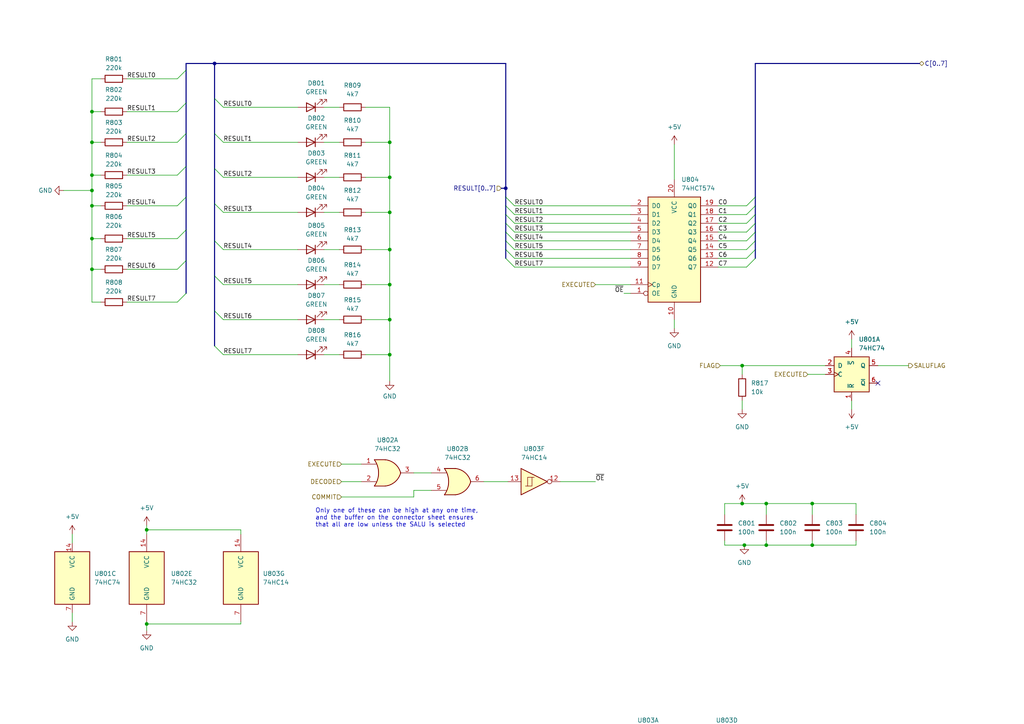
<source format=kicad_sch>
(kicad_sch (version 20211123) (generator eeschema)
  (paper "A4")
  (lib_symbols
    (symbol "74xx:74HC14" (pin_names (offset 1.016))
      (property "Reference" "U" (at 0 1.27 0))
      (property "Value" "74HC14" (at 0 -1.27 0))
      (symbol "74HC14_1_0"
        (polyline (pts (xy -3.81 3.81) (xy -3.81 -3.81) (xy 3.81 0) (xy -3.81 3.81)) (stroke (width 0.254)) (fill (type background)))
        (pin input line (at -7.62 0 0) (length 3.81) (name "~") (number "1"))
        (pin output inverted (at 7.62 0 180) (length 3.81) (name "~") (number "2"))
      )
      (symbol "74HC14_1_1"
        (polyline (pts (xy -1.905 -1.27) (xy -1.905 1.27) (xy -0.635 1.27)))
        (polyline (pts (xy -2.54 -1.27) (xy -0.635 -1.27) (xy -0.635 1.27) (xy 0 1.27)))
      )
      (symbol "74HC14_2_0"
        (polyline (pts (xy -3.81 3.81) (xy -3.81 -3.81) (xy 3.81 0) (xy -3.81 3.81)) (stroke (width 0.254)) (fill (type background)))
        (pin input line (at -7.62 0 0) (length 3.81) (name "~") (number "3"))
        (pin output inverted (at 7.62 0 180) (length 3.81) (name "~") (number "4"))
      )
      (symbol "74HC14_2_1"
        (polyline (pts (xy -1.905 -1.27) (xy -1.905 1.27) (xy -0.635 1.27)))
        (polyline (pts (xy -2.54 -1.27) (xy -0.635 -1.27) (xy -0.635 1.27) (xy 0 1.27)))
      )
      (symbol "74HC14_3_0"
        (polyline (pts (xy -3.81 3.81) (xy -3.81 -3.81) (xy 3.81 0) (xy -3.81 3.81)) (stroke (width 0.254)) (fill (type background)))
        (pin input line (at -7.62 0 0) (length 3.81) (name "~") (number "5"))
        (pin output inverted (at 7.62 0 180) (length 3.81) (name "~") (number "6"))
      )
      (symbol "74HC14_3_1"
        (polyline (pts (xy -1.905 -1.27) (xy -1.905 1.27) (xy -0.635 1.27)))
        (polyline (pts (xy -2.54 -1.27) (xy -0.635 -1.27) (xy -0.635 1.27) (xy 0 1.27)))
      )
      (symbol "74HC14_4_0"
        (polyline (pts (xy -3.81 3.81) (xy -3.81 -3.81) (xy 3.81 0) (xy -3.81 3.81)) (stroke (width 0.254)) (fill (type background)))
        (pin output inverted (at 7.62 0 180) (length 3.81) (name "~") (number "8"))
        (pin input line (at -7.62 0 0) (length 3.81) (name "~") (number "9"))
      )
      (symbol "74HC14_4_1"
        (polyline (pts (xy -1.905 -1.27) (xy -1.905 1.27) (xy -0.635 1.27)))
        (polyline (pts (xy -2.54 -1.27) (xy -0.635 -1.27) (xy -0.635 1.27) (xy 0 1.27)))
      )
      (symbol "74HC14_5_0"
        (polyline (pts (xy -3.81 3.81) (xy -3.81 -3.81) (xy 3.81 0) (xy -3.81 3.81)) (stroke (width 0.254)) (fill (type background)))
        (pin output inverted (at 7.62 0 180) (length 3.81) (name "~") (number "10"))
        (pin input line (at -7.62 0 0) (length 3.81) (name "~") (number "11"))
      )
      (symbol "74HC14_5_1"
        (polyline (pts (xy -1.905 -1.27) (xy -1.905 1.27) (xy -0.635 1.27)))
        (polyline (pts (xy -2.54 -1.27) (xy -0.635 -1.27) (xy -0.635 1.27) (xy 0 1.27)))
      )
      (symbol "74HC14_6_0"
        (polyline (pts (xy -3.81 3.81) (xy -3.81 -3.81) (xy 3.81 0) (xy -3.81 3.81)) (stroke (width 0.254)) (fill (type background)))
        (pin output inverted (at 7.62 0 180) (length 3.81) (name "~") (number "12"))
        (pin input line (at -7.62 0 0) (length 3.81) (name "~") (number "13"))
      )
      (symbol "74HC14_6_1"
        (polyline (pts (xy -1.905 -1.27) (xy -1.905 1.27) (xy -0.635 1.27)))
        (polyline (pts (xy -2.54 -1.27) (xy -0.635 -1.27) (xy -0.635 1.27) (xy 0 1.27)))
      )
      (symbol "74HC14_7_0"
        (pin power_in line (at 0 12.7 270) (length 5.08) (name "VCC") (number "14"))
        (pin power_in line (at 0 -12.7 90) (length 5.08) (name "GND") (number "7"))
      )
      (symbol "74HC14_7_1"
        (rectangle (start -5.08 7.62) (end 5.08 -7.62) (stroke (width 0.254)) (fill (type background)))
      )
    )
    (symbol "74xx:74HC74" (pin_names (offset 1.016))
      (property "Reference" "U" (at -7.62 8.89 0))
      (property "Value" "74HC74" (at -7.62 -8.89 0))
      (symbol "74HC74_1_0"
        (pin input line (at 0 -7.62 90) (length 2.54) (name "~{R}") (number "1"))
        (pin input line (at -7.62 2.54 0) (length 2.54) (name "D") (number "2"))
        (pin input clock (at -7.62 0 0) (length 2.54) (name "C") (number "3"))
        (pin input line (at 0 7.62 270) (length 2.54) (name "~{S}") (number "4"))
        (pin output line (at 7.62 2.54 180) (length 2.54) (name "Q") (number "5"))
        (pin output line (at 7.62 -2.54 180) (length 2.54) (name "~{Q}") (number "6"))
      )
      (symbol "74HC74_1_1"
        (rectangle (start -5.08 5.08) (end 5.08 -5.08) (stroke (width 0.254)) (fill (type background)))
      )
      (symbol "74HC74_2_0"
        (pin input line (at 0 7.62 270) (length 2.54) (name "~{S}") (number "10"))
        (pin input clock (at -7.62 0 0) (length 2.54) (name "C") (number "11"))
        (pin input line (at -7.62 2.54 0) (length 2.54) (name "D") (number "12"))
        (pin input line (at 0 -7.62 90) (length 2.54) (name "~{R}") (number "13"))
        (pin output line (at 7.62 -2.54 180) (length 2.54) (name "~{Q}") (number "8"))
        (pin output line (at 7.62 2.54 180) (length 2.54) (name "Q") (number "9"))
      )
      (symbol "74HC74_2_1"
        (rectangle (start -5.08 5.08) (end 5.08 -5.08) (stroke (width 0.254)) (fill (type background)))
      )
      (symbol "74HC74_3_0"
        (pin power_in line (at 0 10.16 270) (length 2.54) (name "VCC") (number "14"))
        (pin power_in line (at 0 -10.16 90) (length 2.54) (name "GND") (number "7"))
      )
      (symbol "74HC74_3_1"
        (rectangle (start -5.08 7.62) (end 5.08 -7.62) (stroke (width 0.254)) (fill (type background)))
      )
    )
    (symbol "74xx:74HCT574" (pin_names (offset 1.016))
      (property "Reference" "U" (at -7.62 16.51 0))
      (property "Value" "74HCT574" (at -7.62 -16.51 0))
      (symbol "74HCT574_1_0"
        (pin input inverted (at -12.7 -12.7 0) (length 5.08) (name "OE") (number "1"))
        (pin power_in line (at 0 -20.32 90) (length 5.08) (name "GND") (number "10"))
        (pin input clock (at -12.7 -10.16 0) (length 5.08) (name "Cp") (number "11"))
        (pin tri_state line (at 12.7 -5.08 180) (length 5.08) (name "Q7") (number "12"))
        (pin tri_state line (at 12.7 -2.54 180) (length 5.08) (name "Q6") (number "13"))
        (pin tri_state line (at 12.7 0 180) (length 5.08) (name "Q5") (number "14"))
        (pin tri_state line (at 12.7 2.54 180) (length 5.08) (name "Q4") (number "15"))
        (pin tri_state line (at 12.7 5.08 180) (length 5.08) (name "Q3") (number "16"))
        (pin tri_state line (at 12.7 7.62 180) (length 5.08) (name "Q2") (number "17"))
        (pin tri_state line (at 12.7 10.16 180) (length 5.08) (name "Q1") (number "18"))
        (pin tri_state line (at 12.7 12.7 180) (length 5.08) (name "Q0") (number "19"))
        (pin input line (at -12.7 12.7 0) (length 5.08) (name "D0") (number "2"))
        (pin power_in line (at 0 20.32 270) (length 5.08) (name "VCC") (number "20"))
        (pin input line (at -12.7 10.16 0) (length 5.08) (name "D1") (number "3"))
        (pin input line (at -12.7 7.62 0) (length 5.08) (name "D2") (number "4"))
        (pin input line (at -12.7 5.08 0) (length 5.08) (name "D3") (number "5"))
        (pin input line (at -12.7 2.54 0) (length 5.08) (name "D4") (number "6"))
        (pin input line (at -12.7 0 0) (length 5.08) (name "D5") (number "7"))
        (pin input line (at -12.7 -2.54 0) (length 5.08) (name "D6") (number "8"))
        (pin input line (at -12.7 -5.08 0) (length 5.08) (name "D7") (number "9"))
      )
      (symbol "74HCT574_1_1"
        (rectangle (start -7.62 15.24) (end 7.62 -15.24) (stroke (width 0.254)) (fill (type background)))
      )
    )
    (symbol "74xx:74LS32" (pin_names (offset 1.016))
      (property "Reference" "U" (at 0 1.27 0))
      (property "Value" "74LS32" (at 0 -1.27 0))
      (symbol "74LS32_1_1"
        (arc (start -3.81 -3.81) (mid -2.589 0) (end -3.81 3.81) (stroke (width 0.254)))
        (arc (start -0.6096 -3.81) (mid 2.1842 -2.5851) (end 3.81 0) (stroke (width 0.254)) (fill (type background)))
        (polyline (pts (xy -3.81 -3.81) (xy -0.635 -3.81)) (stroke (width 0.254)) (fill (type background)))
        (polyline (pts (xy -3.81 3.81) (xy -0.635 3.81)) (stroke (width 0.254)) (fill (type background)))
        (polyline (pts (xy -0.635 3.81) (xy -3.81 3.81) (xy -3.81 3.81) (xy -3.556 3.4036) (xy -3.0226 2.2606) (xy -2.6924 1.0414) (xy -2.6162 -0.254) (xy -2.7686 -1.4986) (xy -3.175 -2.7178) (xy -3.81 -3.81) (xy -3.81 -3.81) (xy -0.635 -3.81)) (stroke (width -25.4)) (fill (type background)))
        (arc (start 3.81 0) (mid 2.1915 2.5936) (end -0.6096 3.81) (stroke (width 0.254)) (fill (type background)))
        (pin input line (at -7.62 2.54 0) (length 4.318) (name "~") (number "1"))
        (pin input line (at -7.62 -2.54 0) (length 4.318) (name "~") (number "2"))
        (pin output line (at 7.62 0 180) (length 3.81) (name "~") (number "3"))
      )
      (symbol "74LS32_1_2"
        (arc (start 0 -3.81) (mid 3.81 0) (end 0 3.81) (stroke (width 0.254)) (fill (type background)))
        (polyline (pts (xy 0 3.81) (xy -3.81 3.81) (xy -3.81 -3.81) (xy 0 -3.81)) (stroke (width 0.254)) (fill (type background)))
        (pin input inverted (at -7.62 2.54 0) (length 3.81) (name "~") (number "1"))
        (pin input inverted (at -7.62 -2.54 0) (length 3.81) (name "~") (number "2"))
        (pin output inverted (at 7.62 0 180) (length 3.81) (name "~") (number "3"))
      )
      (symbol "74LS32_2_1"
        (arc (start -3.81 -3.81) (mid -2.589 0) (end -3.81 3.81) (stroke (width 0.254)))
        (arc (start -0.6096 -3.81) (mid 2.1842 -2.5851) (end 3.81 0) (stroke (width 0.254)) (fill (type background)))
        (polyline (pts (xy -3.81 -3.81) (xy -0.635 -3.81)) (stroke (width 0.254)) (fill (type background)))
        (polyline (pts (xy -3.81 3.81) (xy -0.635 3.81)) (stroke (width 0.254)) (fill (type background)))
        (polyline (pts (xy -0.635 3.81) (xy -3.81 3.81) (xy -3.81 3.81) (xy -3.556 3.4036) (xy -3.0226 2.2606) (xy -2.6924 1.0414) (xy -2.6162 -0.254) (xy -2.7686 -1.4986) (xy -3.175 -2.7178) (xy -3.81 -3.81) (xy -3.81 -3.81) (xy -0.635 -3.81)) (stroke (width -25.4)) (fill (type background)))
        (arc (start 3.81 0) (mid 2.1915 2.5936) (end -0.6096 3.81) (stroke (width 0.254)) (fill (type background)))
        (pin input line (at -7.62 2.54 0) (length 4.318) (name "~") (number "4"))
        (pin input line (at -7.62 -2.54 0) (length 4.318) (name "~") (number "5"))
        (pin output line (at 7.62 0 180) (length 3.81) (name "~") (number "6"))
      )
      (symbol "74LS32_2_2"
        (arc (start 0 -3.81) (mid 3.81 0) (end 0 3.81) (stroke (width 0.254)) (fill (type background)))
        (polyline (pts (xy 0 3.81) (xy -3.81 3.81) (xy -3.81 -3.81) (xy 0 -3.81)) (stroke (width 0.254)) (fill (type background)))
        (pin input inverted (at -7.62 2.54 0) (length 3.81) (name "~") (number "4"))
        (pin input inverted (at -7.62 -2.54 0) (length 3.81) (name "~") (number "5"))
        (pin output inverted (at 7.62 0 180) (length 3.81) (name "~") (number "6"))
      )
      (symbol "74LS32_3_1"
        (arc (start -3.81 -3.81) (mid -2.589 0) (end -3.81 3.81) (stroke (width 0.254)))
        (arc (start -0.6096 -3.81) (mid 2.1842 -2.5851) (end 3.81 0) (stroke (width 0.254)) (fill (type background)))
        (polyline (pts (xy -3.81 -3.81) (xy -0.635 -3.81)) (stroke (width 0.254)) (fill (type background)))
        (polyline (pts (xy -3.81 3.81) (xy -0.635 3.81)) (stroke (width 0.254)) (fill (type background)))
        (polyline (pts (xy -0.635 3.81) (xy -3.81 3.81) (xy -3.81 3.81) (xy -3.556 3.4036) (xy -3.0226 2.2606) (xy -2.6924 1.0414) (xy -2.6162 -0.254) (xy -2.7686 -1.4986) (xy -3.175 -2.7178) (xy -3.81 -3.81) (xy -3.81 -3.81) (xy -0.635 -3.81)) (stroke (width -25.4)) (fill (type background)))
        (arc (start 3.81 0) (mid 2.1915 2.5936) (end -0.6096 3.81) (stroke (width 0.254)) (fill (type background)))
        (pin input line (at -7.62 -2.54 0) (length 4.318) (name "~") (number "10"))
        (pin output line (at 7.62 0 180) (length 3.81) (name "~") (number "8"))
        (pin input line (at -7.62 2.54 0) (length 4.318) (name "~") (number "9"))
      )
      (symbol "74LS32_3_2"
        (arc (start 0 -3.81) (mid 3.81 0) (end 0 3.81) (stroke (width 0.254)) (fill (type background)))
        (polyline (pts (xy 0 3.81) (xy -3.81 3.81) (xy -3.81 -3.81) (xy 0 -3.81)) (stroke (width 0.254)) (fill (type background)))
        (pin input inverted (at -7.62 -2.54 0) (length 3.81) (name "~") (number "10"))
        (pin output inverted (at 7.62 0 180) (length 3.81) (name "~") (number "8"))
        (pin input inverted (at -7.62 2.54 0) (length 3.81) (name "~") (number "9"))
      )
      (symbol "74LS32_4_1"
        (arc (start -3.81 -3.81) (mid -2.589 0) (end -3.81 3.81) (stroke (width 0.254)))
        (arc (start -0.6096 -3.81) (mid 2.1842 -2.5851) (end 3.81 0) (stroke (width 0.254)) (fill (type background)))
        (polyline (pts (xy -3.81 -3.81) (xy -0.635 -3.81)) (stroke (width 0.254)) (fill (type background)))
        (polyline (pts (xy -3.81 3.81) (xy -0.635 3.81)) (stroke (width 0.254)) (fill (type background)))
        (polyline (pts (xy -0.635 3.81) (xy -3.81 3.81) (xy -3.81 3.81) (xy -3.556 3.4036) (xy -3.0226 2.2606) (xy -2.6924 1.0414) (xy -2.6162 -0.254) (xy -2.7686 -1.4986) (xy -3.175 -2.7178) (xy -3.81 -3.81) (xy -3.81 -3.81) (xy -0.635 -3.81)) (stroke (width -25.4)) (fill (type background)))
        (arc (start 3.81 0) (mid 2.1915 2.5936) (end -0.6096 3.81) (stroke (width 0.254)) (fill (type background)))
        (pin output line (at 7.62 0 180) (length 3.81) (name "~") (number "11"))
        (pin input line (at -7.62 2.54 0) (length 4.318) (name "~") (number "12"))
        (pin input line (at -7.62 -2.54 0) (length 4.318) (name "~") (number "13"))
      )
      (symbol "74LS32_4_2"
        (arc (start 0 -3.81) (mid 3.81 0) (end 0 3.81) (stroke (width 0.254)) (fill (type background)))
        (polyline (pts (xy 0 3.81) (xy -3.81 3.81) (xy -3.81 -3.81) (xy 0 -3.81)) (stroke (width 0.254)) (fill (type background)))
        (pin output inverted (at 7.62 0 180) (length 3.81) (name "~") (number "11"))
        (pin input inverted (at -7.62 2.54 0) (length 3.81) (name "~") (number "12"))
        (pin input inverted (at -7.62 -2.54 0) (length 3.81) (name "~") (number "13"))
      )
      (symbol "74LS32_5_0"
        (pin power_in line (at 0 12.7 270) (length 5.08) (name "VCC") (number "14"))
        (pin power_in line (at 0 -12.7 90) (length 5.08) (name "GND") (number "7"))
      )
      (symbol "74LS32_5_1"
        (rectangle (start -5.08 7.62) (end 5.08 -7.62) (stroke (width 0.254)) (fill (type background)))
      )
    )
    (symbol "Device:C" (pin_numbers hide) (pin_names (offset 0.254))
      (property "Reference" "C" (at 0.635 2.54 0))
      (property "Value" "C" (at 0.635 -2.54 0))
      (symbol "C_0_1"
        (polyline (pts (xy -2.032 -0.762) (xy 2.032 -0.762)) (stroke (width 0.508)))
        (polyline (pts (xy -2.032 0.762) (xy 2.032 0.762)) (stroke (width 0.508)))
      )
      (symbol "C_1_1"
        (pin passive line (at 0 3.81 270) (length 2.794) (name "~") (number "1"))
        (pin passive line (at 0 -3.81 90) (length 2.794) (name "~") (number "2"))
      )
    )
    (symbol "Device:LED" (pin_numbers hide) (pin_names (offset 1.016) hide)
      (property "Reference" "D" (at 0 2.54 0))
      (property "Value" "LED" (at 0 -2.54 0))
      (symbol "LED_0_1"
        (polyline (pts (xy -1.27 -1.27) (xy -1.27 1.27)) (stroke (width 0.254)))
        (polyline (pts (xy -1.27 0) (xy 1.27 0)))
        (polyline (pts (xy 1.27 -1.27) (xy 1.27 1.27) (xy -1.27 0) (xy 1.27 -1.27)) (stroke (width 0.254)))
        (polyline (pts (xy -3.048 -0.762) (xy -4.572 -2.286) (xy -3.81 -2.286) (xy -4.572 -2.286) (xy -4.572 -1.524)))
        (polyline (pts (xy -1.778 -0.762) (xy -3.302 -2.286) (xy -2.54 -2.286) (xy -3.302 -2.286) (xy -3.302 -1.524)))
      )
      (symbol "LED_1_1"
        (pin passive line (at -3.81 0 0) (length 2.54) (name "K") (number "1"))
        (pin passive line (at 3.81 0 180) (length 2.54) (name "A") (number "2"))
      )
    )
    (symbol "Device:R" (pin_numbers hide) (pin_names (offset 0))
      (property "Reference" "R" (at 2.032 0 90))
      (property "Value" "R" (at 0 0 90))
      (symbol "R_0_1"
        (rectangle (start -1.016 -2.54) (end 1.016 2.54) (stroke (width 0.254)))
      )
      (symbol "R_1_1"
        (pin passive line (at 0 3.81 270) (length 1.27) (name "~") (number "1"))
        (pin passive line (at 0 -3.81 90) (length 1.27) (name "~") (number "2"))
      )
    )
    (symbol "power:+5V" (power) (pin_names (offset 0))
      (property "Value" "+5V" (at 0 3.556 0))
      (symbol "+5V_0_1"
        (polyline (pts (xy -0.762 1.27) (xy 0 2.54)))
        (polyline (pts (xy 0 0) (xy 0 2.54)))
        (polyline (pts (xy 0 2.54) (xy 0.762 1.27)))
      )
      (symbol "+5V_1_1"
        (pin power_in line (at 0 0 90) (length 0) hide (name "+5V") (number "1"))
      )
    )
    (symbol "power:GND" (power) (pin_names (offset 0))
      (property "Value" "GND" (at 0 -3.81 0))
      (symbol "GND_0_1"
        (polyline (pts (xy 0 0) (xy 0 -1.27) (xy 1.27 -1.27) (xy 0 -2.54) (xy -1.27 -1.27) (xy 0 -1.27)))
      )
      (symbol "GND_1_1"
        (pin power_in line (at 0 0 270) (length 0) hide (name "GND") (number "1"))
      )
    )
  )
  (junction (at 215.265 106.045))
  (junction (at 26.67 59.69))
  (junction (at 113.03 72.39))
  (junction (at 113.03 61.595))
  (junction (at 235.585 146.05))
  (junction (at 113.03 41.275))
  (junction (at 146.685 54.61))
  (junction (at 62.23 18.415))
  (junction (at 113.03 102.87))
  (junction (at 26.67 55.245))
  (junction (at 113.03 82.55))
  (junction (at 222.25 158.115))
  (junction (at 187.96 255.27))
  (junction (at 176.53 248.92))
  (junction (at 25.4 238.125))
  (junction (at 108.585 235.585))
  (junction (at 137.795 235.585))
  (junction (at 215.265 146.05))
  (junction (at 26.67 50.8))
  (junction (at 113.03 51.435))
  (junction (at 26.67 41.275))
  (junction (at 42.545 180.975))
  (junction (at 26.67 32.385))
  (junction (at 113.03 92.71))
  (junction (at 42.545 153.67))
  (junction (at 201.295 233.68))
  (junction (at 26.67 69.215))
  (junction (at 235.585 158.115))
  (junction (at 215.9 158.115))
  (junction (at 26.67 78.105))
  (junction (at 222.25 146.05))
  (junction (at 176.53 233.68))
  (no_connect (at 45.72 240.665))
  (no_connect (at 194.945 248.92))
  (no_connect (at 218.44 218.44))
  (no_connect (at 195.58 233.68))
  (no_connect (at 156.845 233.045))
  (no_connect (at 195.58 218.44))
  (no_connect (at 254.635 111.125))
  (no_connect (at 127.635 233.045))
  (no_connect (at 45.72 235.585))
  (no_connect (at 218.44 233.68))
  (bus_entry (at 53.975 57.15) (size -2.54 2.54))
  (bus_entry (at 62.23 59.055) (size 2.54 2.54))
  (bus_entry (at 53.975 29.845) (size -2.54 2.54))
  (bus_entry (at 53.975 85.09) (size -2.54 2.54))
  (bus_entry (at 219.075 74.93) (size -2.54 2.54))
  (bus_entry (at 62.23 38.735) (size 2.54 2.54))
  (bus_entry (at 62.23 69.85) (size 2.54 2.54))
  (bus_entry (at 62.23 90.17) (size 2.54 2.54))
  (bus_entry (at 146.685 74.93) (size 2.54 2.54))
  (bus_entry (at 219.075 57.15) (size -2.54 2.54))
  (bus_entry (at 219.075 64.77) (size -2.54 2.54))
  (bus_entry (at 219.075 62.23) (size -2.54 2.54))
  (bus_entry (at 53.975 66.675) (size -2.54 2.54))
  (bus_entry (at 146.685 64.77) (size 2.54 2.54))
  (bus_entry (at 146.685 67.31) (size 2.54 2.54))
  (bus_entry (at 62.23 48.895) (size 2.54 2.54))
  (bus_entry (at 53.975 38.735) (size -2.54 2.54))
  (bus_entry (at 53.975 20.32) (size -2.54 2.54))
  (bus_entry (at 53.975 75.565) (size -2.54 2.54))
  (bus_entry (at 146.685 57.15) (size 2.54 2.54))
  (bus_entry (at 146.685 62.23) (size 2.54 2.54))
  (bus_entry (at 62.23 28.575) (size 2.54 2.54))
  (bus_entry (at 146.685 72.39) (size 2.54 2.54))
  (bus_entry (at 219.075 67.31) (size -2.54 2.54))
  (bus_entry (at 219.075 69.85) (size -2.54 2.54))
  (bus_entry (at 219.075 72.39) (size -2.54 2.54))
  (bus_entry (at 62.23 100.33) (size 2.54 2.54))
  (bus_entry (at 53.975 48.26) (size -2.54 2.54))
  (bus_entry (at 146.685 69.85) (size 2.54 2.54))
  (bus_entry (at 62.23 80.01) (size 2.54 2.54))
  (bus_entry (at 146.685 59.69) (size 2.54 2.54))
  (bus_entry (at 219.075 59.69) (size -2.54 2.54))
  (wire (pts (xy 36.83 50.8) (xy 51.435 50.8)))
  (wire (pts (xy 36.83 22.86) (xy 51.435 22.86)))
  (wire (pts (xy 106.045 72.39) (xy 113.03 72.39)))
  (wire (pts (xy 215.9 158.115) (xy 222.25 158.115)))
  (wire (pts (xy 20.955 154.94) (xy 20.955 157.48)))
  (wire (pts (xy 137.795 238.76) (xy 137.795 235.585)))
  (wire (pts (xy 106.045 102.87) (xy 113.03 102.87)))
  (bus (pts (xy 146.685 62.23) (xy 146.685 64.77)))
  (wire (pts (xy 25.4 238.125) (xy 30.48 238.125)))
  (bus (pts (xy 62.23 48.895) (xy 62.23 59.055)))
  (wire (pts (xy 149.225 69.85) (xy 182.88 69.85)))
  (wire (pts (xy 93.98 61.595) (xy 98.425 61.595)))
  (wire (pts (xy 215.265 146.05) (xy 222.25 146.05)))
  (wire (pts (xy 210.185 149.225) (xy 210.185 146.05)))
  (wire (pts (xy 93.98 92.71) (xy 98.425 92.71)))
  (wire (pts (xy 208.28 69.85) (xy 216.535 69.85)))
  (wire (pts (xy 208.915 106.045) (xy 215.265 106.045)))
  (bus (pts (xy 53.975 57.15) (xy 53.975 66.675)))
  (wire (pts (xy 176.53 233.68) (xy 180.34 233.68)))
  (bus (pts (xy 219.075 69.85) (xy 219.075 72.39)))
  (wire (pts (xy 106.045 51.435) (xy 113.03 51.435)))
  (wire (pts (xy 20.955 177.8) (xy 20.955 180.34)))
  (wire (pts (xy 120.015 142.24) (xy 125.095 142.24)))
  (wire (pts (xy 113.03 41.275) (xy 113.03 31.115)))
  (wire (pts (xy 42.545 152.4) (xy 42.545 153.67)))
  (wire (pts (xy 29.21 87.63) (xy 26.67 87.63)))
  (wire (pts (xy 26.67 22.86) (xy 29.21 22.86)))
  (wire (pts (xy 210.185 156.845) (xy 210.185 158.115)))
  (wire (pts (xy 108.585 230.505) (xy 112.395 230.505)))
  (wire (pts (xy 137.795 235.585) (xy 137.795 230.505)))
  (wire (pts (xy 38.1 245.745) (xy 38.1 248.285)))
  (wire (pts (xy 64.77 92.71) (xy 86.36 92.71)))
  (bus (pts (xy 62.23 18.415) (xy 62.23 28.575)))
  (wire (pts (xy 149.225 67.31) (xy 182.88 67.31)))
  (wire (pts (xy 26.67 55.245) (xy 26.67 50.8)))
  (wire (pts (xy 64.77 82.55) (xy 86.36 82.55)))
  (bus (pts (xy 53.975 18.415) (xy 62.23 18.415)))
  (wire (pts (xy 108.585 235.585) (xy 108.585 230.505)))
  (bus (pts (xy 219.075 57.15) (xy 219.075 59.69)))
  (wire (pts (xy 26.67 32.385) (xy 26.67 22.86)))
  (wire (pts (xy 108.585 238.76) (xy 108.585 235.585)))
  (wire (pts (xy 18.415 55.245) (xy 26.67 55.245)))
  (wire (pts (xy 201.295 233.68) (xy 203.2 233.68)))
  (wire (pts (xy 149.225 74.93) (xy 182.88 74.93)))
  (wire (pts (xy 42.545 153.67) (xy 42.545 154.94)))
  (wire (pts (xy 137.795 230.505) (xy 141.605 230.505)))
  (wire (pts (xy 26.67 41.275) (xy 26.67 32.385)))
  (wire (pts (xy 25.4 235.585) (xy 30.48 235.585)))
  (wire (pts (xy 106.045 41.275) (xy 113.03 41.275)))
  (wire (pts (xy 26.67 78.105) (xy 29.21 78.105)))
  (bus (pts (xy 219.075 18.415) (xy 266.7 18.415)))
  (wire (pts (xy 26.67 41.275) (xy 29.21 41.275)))
  (wire (pts (xy 248.285 158.115) (xy 248.285 156.845)))
  (wire (pts (xy 180.975 85.09) (xy 182.88 85.09)))
  (wire (pts (xy 36.83 32.385) (xy 51.435 32.385)))
  (wire (pts (xy 36.83 78.105) (xy 51.435 78.105)))
  (bus (pts (xy 62.23 18.415) (xy 146.685 18.415)))
  (wire (pts (xy 36.83 69.215) (xy 51.435 69.215)))
  (wire (pts (xy 26.67 59.69) (xy 26.67 55.245)))
  (wire (pts (xy 93.98 72.39) (xy 98.425 72.39)))
  (bus (pts (xy 145.415 54.61) (xy 146.685 54.61)))
  (wire (pts (xy 208.28 67.31) (xy 216.535 67.31)))
  (wire (pts (xy 208.28 62.23) (xy 216.535 62.23)))
  (wire (pts (xy 26.67 87.63) (xy 26.67 78.105)))
  (bus (pts (xy 53.975 29.845) (xy 53.975 38.735)))
  (bus (pts (xy 62.23 69.85) (xy 62.23 80.01)))
  (wire (pts (xy 26.67 50.8) (xy 29.21 50.8)))
  (wire (pts (xy 149.225 62.23) (xy 182.88 62.23)))
  (wire (pts (xy 113.03 72.39) (xy 113.03 61.595)))
  (bus (pts (xy 146.685 69.85) (xy 146.685 72.39)))
  (bus (pts (xy 53.975 75.565) (xy 53.975 85.09)))
  (bus (pts (xy 62.23 38.735) (xy 62.23 48.895)))
  (wire (pts (xy 113.03 61.595) (xy 113.03 51.435)))
  (bus (pts (xy 62.23 90.17) (xy 62.23 100.33)))
  (wire (pts (xy 120.015 137.16) (xy 125.095 137.16)))
  (wire (pts (xy 64.77 72.39) (xy 86.36 72.39)))
  (wire (pts (xy 113.03 110.49) (xy 113.03 102.87)))
  (wire (pts (xy 93.98 102.87) (xy 98.425 102.87)))
  (wire (pts (xy 26.67 69.215) (xy 26.67 59.69)))
  (wire (pts (xy 36.83 87.63) (xy 51.435 87.63)))
  (bus (pts (xy 219.075 64.77) (xy 219.075 67.31)))
  (wire (pts (xy 247.015 116.205) (xy 247.015 118.745)))
  (wire (pts (xy 208.28 77.47) (xy 216.535 77.47)))
  (wire (pts (xy 235.585 158.115) (xy 235.585 156.845)))
  (wire (pts (xy 106.045 61.595) (xy 113.03 61.595)))
  (wire (pts (xy 64.77 41.275) (xy 86.36 41.275)))
  (bus (pts (xy 53.975 18.415) (xy 53.975 20.32)))
  (wire (pts (xy 176.53 218.44) (xy 176.53 233.68)))
  (wire (pts (xy 149.225 64.77) (xy 182.88 64.77)))
  (wire (pts (xy 25.4 238.125) (xy 25.4 235.585)))
  (wire (pts (xy 64.77 31.115) (xy 86.36 31.115)))
  (wire (pts (xy 182.88 82.55) (xy 172.72 82.55)))
  (wire (pts (xy 149.225 72.39) (xy 182.88 72.39)))
  (wire (pts (xy 235.585 146.05) (xy 248.285 146.05)))
  (wire (pts (xy 64.77 51.435) (xy 86.36 51.435)))
  (wire (pts (xy 248.285 146.05) (xy 248.285 149.225)))
  (wire (pts (xy 113.03 51.435) (xy 113.03 41.275)))
  (bus (pts (xy 219.075 18.415) (xy 219.075 57.15)))
  (bus (pts (xy 219.075 59.69) (xy 219.075 62.23)))
  (wire (pts (xy 113.03 92.71) (xy 113.03 82.55)))
  (wire (pts (xy 247.015 98.425) (xy 247.015 100.965)))
  (wire (pts (xy 113.03 82.55) (xy 113.03 72.39)))
  (bus (pts (xy 53.975 20.32) (xy 53.975 29.845)))
  (wire (pts (xy 235.585 146.05) (xy 235.585 149.225)))
  (wire (pts (xy 93.98 82.55) (xy 98.425 82.55)))
  (wire (pts (xy 210.185 158.115) (xy 215.9 158.115)))
  (bus (pts (xy 62.23 80.01) (xy 62.23 90.17)))
  (wire (pts (xy 208.28 59.69) (xy 216.535 59.69)))
  (wire (pts (xy 222.25 156.845) (xy 222.25 158.115)))
  (wire (pts (xy 69.85 153.67) (xy 69.85 154.94)))
  (wire (pts (xy 201.295 233.68) (xy 201.295 255.27)))
  (wire (pts (xy 222.25 146.05) (xy 235.585 146.05)))
  (wire (pts (xy 140.335 139.7) (xy 147.32 139.7)))
  (wire (pts (xy 42.545 180.975) (xy 69.85 180.975)))
  (wire (pts (xy 215.265 106.045) (xy 215.265 108.585)))
  (wire (pts (xy 208.28 74.93) (xy 216.535 74.93)))
  (wire (pts (xy 26.67 69.215) (xy 29.21 69.215)))
  (bus (pts (xy 219.075 67.31) (xy 219.075 69.85)))
  (wire (pts (xy 195.58 41.91) (xy 195.58 52.07)))
  (wire (pts (xy 26.67 78.105) (xy 26.67 69.215)))
  (wire (pts (xy 69.85 180.34) (xy 69.85 180.975)))
  (bus (pts (xy 53.975 38.735) (xy 53.975 48.26)))
  (wire (pts (xy 93.98 51.435) (xy 98.425 51.435)))
  (wire (pts (xy 26.67 50.8) (xy 26.67 41.275)))
  (wire (pts (xy 64.77 61.595) (xy 86.36 61.595)))
  (wire (pts (xy 64.77 102.87) (xy 86.36 102.87)))
  (wire (pts (xy 208.28 64.77) (xy 216.535 64.77)))
  (bus (pts (xy 53.975 66.675) (xy 53.975 75.565)))
  (wire (pts (xy 93.98 41.275) (xy 98.425 41.275)))
  (bus (pts (xy 146.685 64.77) (xy 146.685 67.31)))
  (wire (pts (xy 42.545 180.34) (xy 42.545 180.975)))
  (wire (pts (xy 180.34 218.44) (xy 176.53 218.44)))
  (wire (pts (xy 26.67 32.385) (xy 29.21 32.385)))
  (wire (pts (xy 201.295 218.44) (xy 201.295 233.68)))
  (wire (pts (xy 99.06 134.62) (xy 104.775 134.62)))
  (wire (pts (xy 113.03 102.87) (xy 113.03 92.71)))
  (wire (pts (xy 195.58 92.71) (xy 195.58 95.25)))
  (wire (pts (xy 36.83 59.69) (xy 51.435 59.69)))
  (wire (pts (xy 203.2 218.44) (xy 201.295 218.44)))
  (wire (pts (xy 42.545 180.975) (xy 42.545 182.88)))
  (wire (pts (xy 106.045 92.71) (xy 113.03 92.71)))
  (wire (pts (xy 215.265 116.205) (xy 215.265 118.745)))
  (wire (pts (xy 99.06 139.7) (xy 104.775 139.7)))
  (wire (pts (xy 210.185 146.05) (xy 215.265 146.05)))
  (bus (pts (xy 62.23 59.055) (xy 62.23 69.85)))
  (wire (pts (xy 93.98 31.115) (xy 98.425 31.115)))
  (wire (pts (xy 42.545 153.67) (xy 69.85 153.67)))
  (wire (pts (xy 149.225 77.47) (xy 182.88 77.47)))
  (wire (pts (xy 222.25 158.115) (xy 235.585 158.115)))
  (wire (pts (xy 25.4 241.935) (xy 25.4 238.125)))
  (bus (pts (xy 219.075 62.23) (xy 219.075 64.77)))
  (wire (pts (xy 162.56 139.7) (xy 172.72 139.7)))
  (bus (pts (xy 146.685 72.39) (xy 146.685 74.93)))
  (wire (pts (xy 176.53 233.68) (xy 176.53 248.92)))
  (wire (pts (xy 120.015 144.145) (xy 120.015 142.24)))
  (bus (pts (xy 219.075 72.39) (xy 219.075 74.93)))
  (wire (pts (xy 113.03 31.115) (xy 106.045 31.115)))
  (wire (pts (xy 187.96 255.27) (xy 176.53 255.27)))
  (wire (pts (xy 208.28 72.39) (xy 216.535 72.39)))
  (wire (pts (xy 108.585 235.585) (xy 112.395 235.585)))
  (bus (pts (xy 146.685 59.69) (xy 146.685 62.23)))
  (wire (pts (xy 106.045 82.55) (xy 113.03 82.55)))
  (wire (pts (xy 176.53 248.92) (xy 176.53 255.27)))
  (wire (pts (xy 176.53 248.92) (xy 179.705 248.92)))
  (wire (pts (xy 222.25 146.05) (xy 222.25 149.225)))
  (bus (pts (xy 146.685 67.31) (xy 146.685 69.85)))
  (wire (pts (xy 38.1 227.965) (xy 38.1 230.505)))
  (wire (pts (xy 137.795 235.585) (xy 141.605 235.585)))
  (wire (pts (xy 215.265 106.045) (xy 239.395 106.045)))
  (wire (pts (xy 254.635 106.045) (xy 263.525 106.045)))
  (wire (pts (xy 36.83 41.275) (xy 51.435 41.275)))
  (bus (pts (xy 146.685 54.61) (xy 146.685 57.15)))
  (wire (pts (xy 26.67 59.69) (xy 29.21 59.69)))
  (bus (pts (xy 146.685 57.15) (xy 146.685 59.69)))
  (wire (pts (xy 149.225 59.69) (xy 182.88 59.69)))
  (bus (pts (xy 146.685 54.61) (xy 146.685 18.415)))
  (wire (pts (xy 201.295 255.27) (xy 187.96 255.27)))
  (wire (pts (xy 234.315 108.585) (xy 239.395 108.585)))
  (wire (pts (xy 99.06 144.145) (xy 120.015 144.145)))
  (wire (pts (xy 235.585 158.115) (xy 248.285 158.115)))
  (bus (pts (xy 53.975 48.26) (xy 53.975 57.15)))
  (bus (pts (xy 62.23 28.575) (xy 62.23 38.735)))
  (text "Only one of these can be high at any one time,\nand the buffer on the connector sheet ensures\nthat all are low unless the SALU is selected" (at 91.44 153.035 0) (effects (font (size 1.27 1.27)) (justify left bottom)))
  (label "RESULT2" (at 36.83 41.275 0))
  (label "RESULT4" (at 149.225 69.85 0))
  (label "C5" (at 208.28 72.39 0))
  (label "RESULT3" (at 36.83 50.8 0))
  (label "RESULT4" (at 64.77 72.39 0))
  (label "RESULT3" (at 149.225 67.31 0))
  (label "RESULT7" (at 36.83 87.63 0))
  (label "C0" (at 208.28 59.69 0))
  (label "~{OE}" (at 172.72 139.7 0))
  (label "C1" (at 208.28 62.23 0))
  (label "RESULT1" (at 36.83 32.385 0))
  (label "RESULT6" (at 149.225 74.93 0))
  (label "RESULT0" (at 64.77 31.115 0))
  (label "RESULT3" (at 64.77 61.595 0))
  (label "RESULT7" (at 149.225 77.47 0))
  (label "RESULT6" (at 36.83 78.105 0))
  (label "C4" (at 208.28 69.85 0))
  (label "RESULT5" (at 149.225 72.39 0))
  (label "RESULT6" (at 64.77 92.71 0))
  (label "C2" (at 208.28 64.77 0))
  (label "C3" (at 208.28 67.31 0))
  (label "RESULT2" (at 149.225 64.77 0))
  (label "C6" (at 208.28 74.93 0))
  (label "RESULT7" (at 64.77 102.87 0))
  (label "RESULT0" (at 36.83 22.86 0))
  (label "RESULT5" (at 36.83 69.215 0))
  (label "RESULT1" (at 149.225 62.23 0))
  (label "C7" (at 208.28 77.47 0))
  (label "~{OE}" (at 180.975 85.09 180))
  (label "RESULT0" (at 149.225 59.69 0))
  (label "RESULT2" (at 64.77 51.435 0))
  (label "RESULT4" (at 36.83 59.69 0))
  (label "RESULT1" (at 64.77 41.275 0))
  (label "RESULT5" (at 64.77 82.55 0))
  (hierarchical_label "RESULT[0..7]" (shape input) (at 145.415 54.61 180))
  (hierarchical_label "EXECUTE" (shape input) (at 172.72 82.55 180))
  (hierarchical_label "DECODE" (shape input) (at 99.06 139.7 180))
  (hierarchical_label "EXECUTE" (shape input) (at 99.06 134.62 180))
  (hierarchical_label "EXECUTE" (shape input) (at 234.315 108.585 180))
  (hierarchical_label "C[0..7]" (shape tri_state) (at 266.7 18.415 0))
  (hierarchical_label "FLAG" (shape input) (at 208.915 106.045 180))
  (hierarchical_label "SALUFLAG" (shape output) (at 263.525 106.045 0))
  (hierarchical_label "COMMIT" (shape input) (at 99.06 144.145 180))
  (symbol (lib_id "power:+5V") (at 20.955 154.94 0) (unit 1)
    (property "Reference" "#PWR0802" (effects hide))
    (property "Value" "+5V" (at 20.955 149.86 0))
  )
  (symbol (lib_id "Device:R") (at 102.235 41.275 270) (unit 1)
    (property "Reference" "R810" (at 102.235 34.925 90))
    (property "Value" "4k7" (at 102.235 37.465 90))
    (property "Footprint" "Resistor_SMD:R_0603_1608Metric" (effects hide))
    (property "Datasheet" "https://datasheet.lcsc.com/lcsc/2206010116_UNI-ROYAL-Uniroyal-Elec-0603WAF4701T5E_C23162.pdf" (effects hide))
    (property "LCSC" "C23162" (effects hide))
  )
  (symbol (lib_id "Device:C") (at 248.285 153.035 0) (unit 1)
    (property "Reference" "C804" (at 252.095 151.7649 0) (effects (justify left)))
    (property "Value" "100n" (at 252.095 154.3049 0) (effects (justify left)))
    (property "Footprint" "Capacitor_SMD:C_0603_1608Metric" (effects hide))
    (property "Datasheet" "https://datasheet.lcsc.com/lcsc/1809301912_YAGEO-CC0603KRX7R9BB104_C14663.pdf" (effects hide))
    (property "LCSC" "C14663" (effects hide))
  )
  (symbol (lib_id "74xx:74HC74") (at 38.1 238.125 0) (unit 2) (in_bom no)
    (property "Reference" "U801" (at 40.1194 227.965 0) (effects (justify left)))
    (property "Value" "74HC74" (at 40.1194 230.505 0) (effects (justify left)))
    (property "Footprint" "Package_DIP:DIP-14_W7.62mm_Socket" (effects hide))
    (property "Datasheet" "74xx/74hc_hct74.pdf" (effects hide))
  )
  (symbol (lib_id "Device:C") (at 222.25 153.035 0) (unit 1)
    (property "Reference" "C802" (at 226.06 151.7649 0) (effects (justify left)))
    (property "Value" "100n" (at 226.06 154.3049 0) (effects (justify left)))
    (property "Footprint" "Capacitor_SMD:C_0603_1608Metric" (effects hide))
    (property "Datasheet" "https://datasheet.lcsc.com/lcsc/1809301912_YAGEO-CC0603KRX7R9BB104_C14663.pdf" (effects hide))
    (property "LCSC" "C14663" (effects hide))
  )
  (symbol (lib_id "power:+5V") (at 247.015 98.425 0) (unit 1)
    (property "Reference" "#PWR0818" (effects hide))
    (property "Value" "+5V" (at 247.015 93.345 0))
  )
  (symbol (lib_id "power:GND") (at 187.96 255.27 0) (unit 1)
    (property "Reference" "#PWR0812" (effects hide))
    (property "Value" "GND" (at 187.96 259.715 0))
  )
  (symbol (lib_id "Device:C") (at 235.585 153.035 0) (unit 1)
    (property "Reference" "C803" (at 239.395 151.7649 0) (effects (justify left)))
    (property "Value" "100n" (at 239.395 154.3049 0) (effects (justify left)))
    (property "Footprint" "Capacitor_SMD:C_0603_1608Metric" (effects hide))
    (property "Datasheet" "https://datasheet.lcsc.com/lcsc/1809301912_YAGEO-CC0603KRX7R9BB104_C14663.pdf" (effects hide))
    (property "LCSC" "C14663" (effects hide))
  )
  (symbol (lib_id "Device:LED") (at 90.17 82.55 180) (unit 1)
    (property "Reference" "D806" (at 91.7575 75.565 0))
    (property "Value" "GREEN" (at 91.7575 78.105 0))
    (property "Footprint" "LED_SMD:LED_0603_1608Metric" (effects hide))
    (property "Datasheet" "https://datasheet.lcsc.com/lcsc/1811101510_Everlight-Elec-19-217-GHC-YR1S2-3T_C72043.pdf" (effects hide))
    (property "LCSC" "C72043" (effects hide))
  )
  (symbol (lib_id "power:GND") (at 215.9 158.115 0) (unit 1)
    (property "Reference" "#PWR0817" (effects hide))
    (property "Value" "GND" (at 215.9 163.195 0))
  )
  (symbol (lib_id "74xx:74LS32") (at 120.015 233.045 0) (unit 3) (in_bom no)
    (property "Reference" "U802" (at 120.015 224.155 0))
    (property "Value" "74HC32" (at 120.015 226.695 0))
    (property "Footprint" "Package_DIP:DIP-14_W7.62mm_Socket" (effects hide))
    (property "Datasheet" "http://www.ti.com/lit/gpn/sn74LS32" (effects hide))
  )
  (symbol (lib_id "Device:R") (at 33.02 69.215 90) (unit 1)
    (property "Reference" "R806" (at 33.02 62.865 90))
    (property "Value" "220k" (at 33.02 65.405 90))
    (property "Footprint" "Resistor_SMD:R_0603_1608Metric" (effects hide))
    (property "Datasheet" "https://datasheet.lcsc.com/lcsc/2206010130_UNI-ROYAL-Uniroyal-Elec-0603WAF2203T5E_C22961.pdf" (effects hide))
    (property "LCSC" "C22961" (effects hide))
  )
  (symbol (lib_id "Device:R") (at 102.235 82.55 270) (unit 1)
    (property "Reference" "R814" (at 102.235 76.835 90))
    (property "Value" "4k7" (at 102.235 79.375 90))
    (property "Footprint" "Resistor_SMD:R_0603_1608Metric" (effects hide))
    (property "Datasheet" "https://datasheet.lcsc.com/lcsc/2206010116_UNI-ROYAL-Uniroyal-Elec-0603WAF4701T5E_C23162.pdf" (effects hide))
    (property "LCSC" "C23162" (effects hide))
  )
  (symbol (lib_id "Device:LED") (at 90.17 51.435 180) (unit 1)
    (property "Reference" "D803" (at 91.7575 44.45 0))
    (property "Value" "GREEN" (at 91.7575 46.99 0))
    (property "Footprint" "LED_SMD:LED_0603_1608Metric" (effects hide))
    (property "Datasheet" "https://datasheet.lcsc.com/lcsc/1811101510_Everlight-Elec-19-217-GHC-YR1S2-3T_C72043.pdf" (effects hide))
    (property "LCSC" "C72043" (effects hide))
  )
  (symbol (lib_id "74xx:74HC14") (at 187.325 248.92 0) (unit 5)
    (property "Reference" "U803" (at 187.325 240.03 0))
    (property "Value" "74HC14" (at 187.325 242.57 0))
    (property "Datasheet" "http://www.ti.com/lit/gpn/sn74HC14" (effects hide))
  )
  (symbol (lib_id "power:GND") (at 18.415 55.245 270) (unit 1)
    (property "Reference" "#PWR0801" (effects hide))
    (property "Value" "GND" (at 15.24 55.2449 90) (effects (justify right)))
  )
  (symbol (lib_id "74xx:74HC14") (at 210.82 218.44 0) (unit 4)
    (property "Reference" "U803" (at 210.82 208.915 0))
    (property "Value" "74HC14" (at 210.82 211.455 0))
    (property "Datasheet" "http://www.ti.com/lit/gpn/sn74HC14" (effects hide))
  )
  (symbol (lib_id "power:+5V") (at 42.545 152.4 0) (unit 1)
    (property "Reference" "#PWR0807" (effects hide))
    (property "Value" "+5V" (at 42.545 147.32 0))
  )
  (symbol (lib_id "Device:R") (at 215.265 112.395 0) (unit 1)
    (property "Reference" "R817" (at 217.805 111.1249 0) (effects (justify left)))
    (property "Value" "10k" (at 217.805 113.6649 0) (effects (justify left)))
    (property "Footprint" "Resistor_THT:R_Axial_DIN0207_L6.3mm_D2.5mm_P7.62mm_Horizontal" (effects hide))
  )
  (symbol (lib_id "Device:C") (at 210.185 153.035 0) (unit 1)
    (property "Reference" "C801" (at 213.995 151.7649 0) (effects (justify left)))
    (property "Value" "100n" (at 213.995 154.3049 0) (effects (justify left)))
    (property "Footprint" "Capacitor_SMD:C_0603_1608Metric" (effects hide))
    (property "Datasheet" "https://datasheet.lcsc.com/lcsc/1809301912_YAGEO-CC0603KRX7R9BB104_C14663.pdf" (effects hide))
    (property "LCSC" "C14663" (effects hide))
  )
  (symbol (lib_id "power:+5V") (at 215.265 146.05 0) (unit 1)
    (property "Reference" "#PWR0816" (effects hide))
    (property "Value" "+5V" (at 215.265 140.97 0))
  )
  (symbol (lib_id "Device:R") (at 102.235 102.87 270) (unit 1)
    (property "Reference" "R816" (at 102.235 97.155 90))
    (property "Value" "4k7" (at 102.235 99.695 90))
    (property "Footprint" "Resistor_SMD:R_0603_1608Metric" (effects hide))
    (property "Datasheet" "https://datasheet.lcsc.com/lcsc/2206010116_UNI-ROYAL-Uniroyal-Elec-0603WAF4701T5E_C23162.pdf" (effects hide))
    (property "LCSC" "C23162" (effects hide))
  )
  (symbol (lib_id "Device:R") (at 33.02 78.105 90) (unit 1)
    (property "Reference" "R807" (at 33.02 72.39 90))
    (property "Value" "220k" (at 33.02 74.93 90))
    (property "Footprint" "Resistor_SMD:R_0603_1608Metric" (effects hide))
    (property "Datasheet" "https://datasheet.lcsc.com/lcsc/2206010130_UNI-ROYAL-Uniroyal-Elec-0603WAF2203T5E_C22961.pdf" (effects hide))
    (property "LCSC" "C22961" (effects hide))
  )
  (symbol (lib_id "Device:R") (at 102.235 51.435 270) (unit 1)
    (property "Reference" "R811" (at 102.235 45.085 90))
    (property "Value" "4k7" (at 102.235 47.625 90))
    (property "Footprint" "Resistor_SMD:R_0603_1608Metric" (effects hide))
    (property "Datasheet" "https://datasheet.lcsc.com/lcsc/2206010116_UNI-ROYAL-Uniroyal-Elec-0603WAF4701T5E_C23162.pdf" (effects hide))
    (property "LCSC" "C23162" (effects hide))
  )
  (symbol (lib_id "power:+5V") (at 38.1 227.965 0) (unit 1)
    (property "Reference" "#PWR0805" (effects hide))
    (property "Value" "+5V" (at 38.1 222.885 0))
  )
  (symbol (lib_id "74xx:74HCT574") (at 195.58 72.39 0) (unit 1) (in_bom no)
    (property "Reference" "U804" (at 197.5994 52.07 0) (effects (justify left)))
    (property "Value" "74HCT574" (at 197.5994 54.61 0) (effects (justify left)))
    (property "Footprint" "Package_DIP:DIP-20_W7.62mm_Socket" (effects hide))
    (property "Datasheet" "http://www.ti.com/lit/gpn/sn74HCT574" (effects hide))
  )
  (symbol (lib_id "power:GND") (at 20.955 180.34 0) (unit 1)
    (property "Reference" "#PWR0803" (effects hide))
    (property "Value" "GND" (at 20.955 185.42 0))
  )
  (symbol (lib_id "power:GND") (at 195.58 95.25 0) (unit 1)
    (property "Reference" "#PWR0814" (effects hide))
    (property "Value" "GND" (at 195.58 100.33 0))
  )
  (symbol (lib_id "power:GND") (at 108.585 238.76 0) (unit 1)
    (property "Reference" "#PWR0809" (effects hide))
    (property "Value" "GND" (at 108.585 243.84 0))
  )
  (symbol (lib_id "Device:R") (at 33.02 50.8 90) (unit 1)
    (property "Reference" "R804" (at 33.02 45.085 90))
    (property "Value" "220k" (at 33.02 47.625 90))
    (property "Footprint" "Resistor_SMD:R_0603_1608Metric" (effects hide))
    (property "Datasheet" "https://datasheet.lcsc.com/lcsc/2206010130_UNI-ROYAL-Uniroyal-Elec-0603WAF2203T5E_C22961.pdf" (effects hide))
    (property "LCSC" "C22961" (effects hide))
  )
  (symbol (lib_id "power:+5V") (at 195.58 41.91 0) (unit 1)
    (property "Reference" "#PWR0813" (effects hide))
    (property "Value" "+5V" (at 195.58 36.83 0))
  )
  (symbol (lib_id "Device:LED") (at 90.17 41.275 180) (unit 1)
    (property "Reference" "D802" (at 91.7575 34.29 0))
    (property "Value" "GREEN" (at 91.7575 36.83 0))
    (property "Footprint" "LED_SMD:LED_0603_1608Metric" (effects hide))
    (property "Datasheet" "https://datasheet.lcsc.com/lcsc/1811101510_Everlight-Elec-19-217-GHC-YR1S2-3T_C72043.pdf" (effects hide))
    (property "LCSC" "C72043" (effects hide))
  )
  (symbol (lib_id "Device:LED") (at 90.17 61.595 180) (unit 1)
    (property "Reference" "D804" (at 91.7575 54.61 0))
    (property "Value" "GREEN" (at 91.7575 57.15 0))
    (property "Footprint" "LED_SMD:LED_0603_1608Metric" (effects hide))
    (property "Datasheet" "https://datasheet.lcsc.com/lcsc/1811101510_Everlight-Elec-19-217-GHC-YR1S2-3T_C72043.pdf" (effects hide))
    (property "LCSC" "C72043" (effects hide))
  )
  (symbol (lib_id "Device:R") (at 102.235 72.39 270) (unit 1)
    (property "Reference" "R813" (at 102.235 66.675 90))
    (property "Value" "4k7" (at 102.235 69.215 90))
    (property "Footprint" "Resistor_SMD:R_0603_1608Metric" (effects hide))
    (property "Datasheet" "https://datasheet.lcsc.com/lcsc/2206010116_UNI-ROYAL-Uniroyal-Elec-0603WAF4701T5E_C23162.pdf" (effects hide))
    (property "LCSC" "C23162" (effects hide))
  )
  (symbol (lib_id "Device:LED") (at 90.17 102.87 180) (unit 1)
    (property "Reference" "D808" (at 91.7575 95.885 0))
    (property "Value" "GREEN" (at 91.7575 98.425 0))
    (property "Footprint" "LED_SMD:LED_0603_1608Metric" (effects hide))
    (property "Datasheet" "https://datasheet.lcsc.com/lcsc/1811101510_Everlight-Elec-19-217-GHC-YR1S2-3T_C72043.pdf" (effects hide))
    (property "LCSC" "C72043" (effects hide))
  )
  (symbol (lib_id "74xx:74HC14") (at 69.85 167.64 0) (unit 7)
    (property "Reference" "U803" (at 76.2 166.3699 0) (effects (justify left)))
    (property "Value" "74HC14" (at 76.2 168.9099 0) (effects (justify left)))
    (property "Footprint" "Package_SO:SOIC-14_3.9x8.7mm_P1.27mm" (effects hide))
    (property "Datasheet" "https://datasheet.lcsc.com/lcsc/1811141851_Nexperia-74HC14D-653_C5605.pdf" (effects hide))
    (property "LCSC" "C5605" (effects hide))
  )
  (symbol (lib_id "74xx:74HC14") (at 187.96 218.44 0) (unit 1)
    (property "Reference" "U803" (at 187.96 208.915 0))
    (property "Value" "74HC14" (at 187.96 211.455 0))
    (property "Datasheet" "http://www.ti.com/lit/gpn/sn74HC14" (effects hide))
  )
  (symbol (lib_id "power:+5V") (at 38.1 248.285 180) (unit 1)
    (property "Reference" "#PWR0806" (effects hide))
    (property "Value" "+5V" (at 38.1 253.365 0))
  )
  (symbol (lib_id "Device:R") (at 33.02 59.69 90) (unit 1)
    (property "Reference" "R805" (at 33.02 53.975 90))
    (property "Value" "220k" (at 33.02 56.515 90))
    (property "Footprint" "Resistor_SMD:R_0603_1608Metric" (effects hide))
    (property "Datasheet" "https://datasheet.lcsc.com/lcsc/2206010130_UNI-ROYAL-Uniroyal-Elec-0603WAF2203T5E_C22961.pdf" (effects hide))
    (property "LCSC" "C22961" (effects hide))
  )
  (symbol (lib_id "Device:LED") (at 90.17 72.39 180) (unit 1)
    (property "Reference" "D805" (at 91.7575 65.405 0))
    (property "Value" "GREEN" (at 91.7575 67.945 0))
    (property "Footprint" "LED_SMD:LED_0603_1608Metric" (effects hide))
    (property "Datasheet" "https://datasheet.lcsc.com/lcsc/1811101510_Everlight-Elec-19-217-GHC-YR1S2-3T_C72043.pdf" (effects hide))
    (property "LCSC" "C72043" (effects hide))
  )
  (symbol (lib_id "Device:R") (at 102.235 92.71 270) (unit 1)
    (property "Reference" "R815" (at 102.235 86.995 90))
    (property "Value" "4k7" (at 102.235 89.535 90))
    (property "Footprint" "Resistor_SMD:R_0603_1608Metric" (effects hide))
    (property "Datasheet" "https://datasheet.lcsc.com/lcsc/2206010116_UNI-ROYAL-Uniroyal-Elec-0603WAF4701T5E_C23162.pdf" (effects hide))
    (property "LCSC" "C23162" (effects hide))
  )
  (symbol (lib_id "74xx:74HC74") (at 20.955 167.64 0) (unit 3) (in_bom no)
    (property "Reference" "U801" (at 27.305 166.3699 0) (effects (justify left)))
    (property "Value" "74HC74" (at 27.305 168.9099 0) (effects (justify left)))
    (property "Footprint" "Package_DIP:DIP-14_W7.62mm_Socket" (effects hide))
    (property "Datasheet" "74xx/74hc_hct74.pdf" (effects hide))
  )
  (symbol (lib_id "power:GND") (at 113.03 110.49 0) (unit 1)
    (property "Reference" "#PWR0810" (effects hide))
    (property "Value" "GND" (at 113.03 114.935 0))
  )
  (symbol (lib_id "power:GND") (at 137.795 238.76 0) (unit 1)
    (property "Reference" "#PWR0811" (effects hide))
    (property "Value" "GND" (at 137.795 243.84 0))
  )
  (symbol (lib_id "74xx:74LS32") (at 149.225 233.045 0) (unit 4) (in_bom no)
    (property "Reference" "U802" (at 149.225 224.155 0))
    (property "Value" "74HC32" (at 149.225 226.695 0))
    (property "Footprint" "Package_DIP:DIP-14_W7.62mm_Socket" (effects hide))
    (property "Datasheet" "http://www.ti.com/lit/gpn/sn74LS32" (effects hide))
  )
  (symbol (lib_id "74xx:74HC74") (at 247.015 108.585 0) (unit 1) (in_bom no)
    (property "Reference" "U801" (at 249.0344 98.425 0) (effects (justify left)))
    (property "Value" "74HC74" (at 249.0344 100.965 0) (effects (justify left)))
    (property "Footprint" "Package_DIP:DIP-14_W7.62mm_Socket" (effects hide))
    (property "Datasheet" "74xx/74hc_hct74.pdf" (effects hide))
  )
  (symbol (lib_id "power:+5V") (at 247.015 118.745 180) (unit 1)
    (property "Reference" "#PWR0819" (effects hide))
    (property "Value" "+5V" (at 247.015 123.825 0))
  )
  (symbol (lib_id "Device:R") (at 33.02 41.275 90) (unit 1)
    (property "Reference" "R803" (at 33.02 35.56 90))
    (property "Value" "220k" (at 33.02 38.1 90))
    (property "Footprint" "Resistor_SMD:R_0603_1608Metric" (effects hide))
    (property "Datasheet" "https://datasheet.lcsc.com/lcsc/2206010130_UNI-ROYAL-Uniroyal-Elec-0603WAF2203T5E_C22961.pdf" (effects hide))
    (property "LCSC" "C22961" (effects hide))
  )
  (symbol (lib_id "74xx:74HC14") (at 154.94 139.7 0) (unit 6)
    (property "Reference" "U803" (at 154.94 130.175 0))
    (property "Value" "74HC14" (at 154.94 132.715 0))
    (property "Datasheet" "http://www.ti.com/lit/gpn/sn74HC14" (effects hide))
  )
  (symbol (lib_id "74xx:74HC14") (at 210.82 233.68 0) (unit 3)
    (property "Reference" "U803" (at 210.82 224.155 0))
    (property "Value" "74HC14" (at 210.82 226.695 0))
    (property "Datasheet" "http://www.ti.com/lit/gpn/sn74HC14" (effects hide))
  )
  (symbol (lib_id "power:GND") (at 25.4 241.935 0) (unit 1)
    (property "Reference" "#PWR0804" (effects hide))
    (property "Value" "GND" (at 25.4 247.015 0))
  )
  (symbol (lib_id "Device:R") (at 33.02 22.86 90) (unit 1)
    (property "Reference" "R801" (at 33.02 17.145 90))
    (property "Value" "220k" (at 33.02 19.685 90))
    (property "Footprint" "Resistor_SMD:R_0603_1608Metric" (effects hide))
    (property "Datasheet" "https://datasheet.lcsc.com/lcsc/2206010130_UNI-ROYAL-Uniroyal-Elec-0603WAF2203T5E_C22961.pdf" (effects hide))
    (property "LCSC" "C22961" (effects hide))
  )
  (symbol (lib_id "Device:R") (at 102.235 61.595 270) (unit 1)
    (property "Reference" "R812" (at 102.235 55.245 90))
    (property "Value" "4k7" (at 102.235 57.785 90))
    (property "Footprint" "Resistor_SMD:R_0603_1608Metric" (effects hide))
    (property "Datasheet" "https://datasheet.lcsc.com/lcsc/2206010116_UNI-ROYAL-Uniroyal-Elec-0603WAF4701T5E_C23162.pdf" (effects hide))
    (property "LCSC" "C23162" (effects hide))
  )
  (symbol (lib_id "74xx:74LS32") (at 132.715 139.7 0) (unit 2) (in_bom no)
    (property "Reference" "U802" (at 132.715 130.175 0))
    (property "Value" "74HC32" (at 132.715 132.715 0))
    (property "Footprint" "Package_DIP:DIP-14_W7.62mm_Socket" (effects hide))
    (property "Datasheet" "http://www.ti.com/lit/gpn/sn74LS32" (effects hide))
  )
  (symbol (lib_id "Device:R") (at 33.02 32.385 90) (unit 1)
    (property "Reference" "R802" (at 33.02 26.035 90))
    (property "Value" "220k" (at 33.02 28.575 90))
    (property "Footprint" "Resistor_SMD:R_0603_1608Metric" (effects hide))
    (property "Datasheet" "https://datasheet.lcsc.com/lcsc/2206010130_UNI-ROYAL-Uniroyal-Elec-0603WAF2203T5E_C22961.pdf" (effects hide))
    (property "LCSC" "C22961" (effects hide))
  )
  (symbol (lib_id "Device:R") (at 102.235 31.115 270) (unit 1)
    (property "Reference" "R809" (at 102.235 24.765 90))
    (property "Value" "4k7" (at 102.235 27.305 90))
    (property "Footprint" "Resistor_SMD:R_0603_1608Metric" (effects hide))
    (property "Datasheet" "https://datasheet.lcsc.com/lcsc/2206010116_UNI-ROYAL-Uniroyal-Elec-0603WAF4701T5E_C23162.pdf" (effects hide))
    (property "LCSC" "C23162" (effects hide))
  )
  (symbol (lib_id "74xx:74HC14") (at 187.96 233.68 0) (unit 2)
    (property "Reference" "U803" (at 187.96 224.155 0))
    (property "Value" "74HC14" (at 187.96 226.695 0))
    (property "Datasheet" "http://www.ti.com/lit/gpn/sn74HC14" (effects hide))
  )
  (symbol (lib_id "power:GND") (at 42.545 182.88 0) (unit 1)
    (property "Reference" "#PWR0808" (effects hide))
    (property "Value" "GND" (at 42.545 187.96 0))
  )
  (symbol (lib_id "74xx:74LS32") (at 42.545 167.64 0) (unit 5) (in_bom no)
    (property "Reference" "U802" (at 49.53 166.3699 0) (effects (justify left)))
    (property "Value" "74HC32" (at 49.53 168.9099 0) (effects (justify left)))
    (property "Footprint" "Package_DIP:DIP-14_W7.62mm_Socket" (effects hide))
    (property "Datasheet" "http://www.ti.com/lit/gpn/sn74LS32" (effects hide))
  )
  (symbol (lib_id "power:GND") (at 215.265 118.745 0) (unit 1)
    (property "Reference" "#PWR0815" (effects hide))
    (property "Value" "GND" (at 215.265 123.825 0))
  )
  (symbol (lib_id "Device:R") (at 33.02 87.63 90) (unit 1)
    (property "Reference" "R808" (at 33.02 81.915 90))
    (property "Value" "220k" (at 33.02 84.455 90))
    (property "Footprint" "Resistor_SMD:R_0603_1608Metric" (effects hide))
    (property "Datasheet" "https://datasheet.lcsc.com/lcsc/2206010130_UNI-ROYAL-Uniroyal-Elec-0603WAF2203T5E_C22961.pdf" (effects hide))
    (property "LCSC" "C22961" (effects hide))
  )
  (symbol (lib_id "74xx:74LS32") (at 112.395 137.16 0) (unit 1) (in_bom no)
    (property "Reference" "U802" (at 112.395 127.635 0))
    (property "Value" "74HC32" (at 112.395 130.175 0))
    (property "Footprint" "Package_DIP:DIP-14_W7.62mm_Socket" (effects hide))
    (property "Datasheet" "http://www.ti.com/lit/gpn/sn74LS32" (effects hide))
  )
  (symbol (lib_id "Device:LED") (at 90.17 31.115 180) (unit 1)
    (property "Reference" "D801" (at 91.7575 24.13 0))
    (property "Value" "GREEN" (at 91.7575 26.67 0))
    (property "Footprint" "LED_SMD:LED_0603_1608Metric" (effects hide))
    (property "Datasheet" "https://datasheet.lcsc.com/lcsc/1811101510_Everlight-Elec-19-217-GHC-YR1S2-3T_C72043.pdf" (effects hide))
    (property "LCSC" "C72043" (effects hide))
  )
  (symbol (lib_id "Device:LED") (at 90.17 92.71 180) (unit 1)
    (property "Reference" "D807" (at 91.7575 85.725 0))
    (property "Value" "GREEN" (at 91.7575 88.265 0))
    (property "Footprint" "LED_SMD:LED_0603_1608Metric" (effects hide))
    (property "Datasheet" "https://datasheet.lcsc.com/lcsc/1811101510_Everlight-Elec-19-217-GHC-YR1S2-3T_C72043.pdf" (effects hide))
    (property "LCSC" "C72043" (effects hide))
  )
)
</source>
